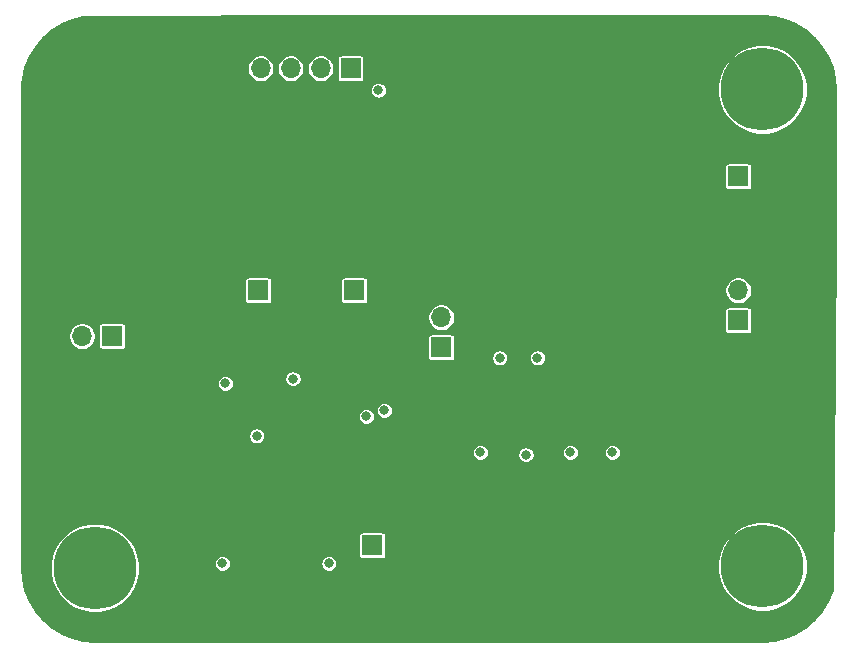
<source format=gbr>
%TF.GenerationSoftware,KiCad,Pcbnew,(5.1.9)-1*%
%TF.CreationDate,2021-07-15T19:45:24-04:00*%
%TF.ProjectId,detector_circuit_alt_LTC6254,64657465-6374-46f7-925f-636972637569,rev?*%
%TF.SameCoordinates,Original*%
%TF.FileFunction,Copper,L3,Inr*%
%TF.FilePolarity,Positive*%
%FSLAX46Y46*%
G04 Gerber Fmt 4.6, Leading zero omitted, Abs format (unit mm)*
G04 Created by KiCad (PCBNEW (5.1.9)-1) date 2021-07-15 19:45:24*
%MOMM*%
%LPD*%
G01*
G04 APERTURE LIST*
%TA.AperFunction,ComponentPad*%
%ADD10C,7.000000*%
%TD*%
%TA.AperFunction,ComponentPad*%
%ADD11R,1.700000X1.700000*%
%TD*%
%TA.AperFunction,ComponentPad*%
%ADD12O,1.700000X1.700000*%
%TD*%
%TA.AperFunction,ViaPad*%
%ADD13C,0.800000*%
%TD*%
%TA.AperFunction,Conductor*%
%ADD14C,0.254000*%
%TD*%
%TA.AperFunction,Conductor*%
%ADD15C,0.100000*%
%TD*%
G04 APERTURE END LIST*
D10*
%TO.N,N/C*%
%TO.C,REF\u002A\u002A*%
X146685000Y-100457000D03*
%TD*%
%TO.N,N/C*%
%TO.C,REF\u002A\u002A*%
X146685000Y-140843000D03*
%TD*%
D11*
%TO.N,Net-(C31-Pad2)*%
%TO.C,TP2*%
X104013000Y-117475000D03*
%TD*%
%TO.N,Net-(C18-Pad2)*%
%TO.C,TP15*%
X113665000Y-139065000D03*
%TD*%
D12*
%TO.N,/AMP_OUT*%
%TO.C,JP1*%
X119507000Y-119761000D03*
D11*
%TO.N,Net-(C36-Pad1)*%
X119507000Y-122301000D03*
%TD*%
%TO.N,/DET_ADC*%
%TO.C,TP1*%
X112141000Y-117475000D03*
%TD*%
D12*
%TO.N,/Filter_IN*%
%TO.C,JP5*%
X89090500Y-121348500D03*
D11*
%TO.N,Net-(C31-Pad1)*%
X91630500Y-121348500D03*
%TD*%
D12*
%TO.N,/SIPM_OUT*%
%TO.C,J3*%
X104203500Y-98679000D03*
%TO.N,/DET_ADC*%
X106743500Y-98679000D03*
%TO.N,/AMP_OUT*%
X109283500Y-98679000D03*
D11*
%TO.N,GND*%
X111823500Y-98679000D03*
%TD*%
D12*
%TO.N,N/C*%
%TO.C,J2*%
X144653000Y-117475000D03*
D11*
%TO.N,/SIPM_OUT*%
X144653000Y-120015000D03*
%TD*%
D12*
%TO.N,+4.7V*%
%TO.C,J1*%
X144653000Y-110363000D03*
D11*
%TO.N,GND*%
X144653000Y-107823000D03*
%TD*%
D10*
%TO.N,N/C*%
%TO.C,REF\u002A\u002A*%
X90170000Y-140970000D03*
%TD*%
D13*
%TO.N,GND*%
X124460000Y-123190000D03*
X109982000Y-140589000D03*
X100965000Y-140589000D03*
X101219000Y-125349000D03*
X127635000Y-123190000D03*
X114173000Y-100520500D03*
X114681000Y-127635000D03*
X126669800Y-131394200D03*
X122809000Y-131191000D03*
X130429000Y-131191000D03*
X133985000Y-131191000D03*
%TO.N,Net-(C31-Pad1)*%
X106943000Y-124959000D03*
%TO.N,Net-(C36-Pad1)*%
X113157000Y-128143000D03*
X103886000Y-129794000D03*
%TO.N,+4.7V*%
X101219000Y-127381000D03*
%TD*%
D14*
%TO.N,+4.7V*%
X147650585Y-94360540D02*
X148592388Y-94586647D01*
X149487239Y-94957307D01*
X150313075Y-95463379D01*
X151049583Y-96092417D01*
X151678620Y-96828925D01*
X152184694Y-97654764D01*
X152555353Y-98549612D01*
X152781460Y-99491420D01*
X152858001Y-100463963D01*
X152858001Y-113103417D01*
X152556777Y-142871456D01*
X152555353Y-142877388D01*
X152184694Y-143772236D01*
X151678620Y-144598075D01*
X151049583Y-145334583D01*
X150313075Y-145963621D01*
X149487239Y-146469693D01*
X148592388Y-146840353D01*
X147650585Y-147066460D01*
X146678051Y-147143000D01*
X90176950Y-147143000D01*
X89204420Y-147066460D01*
X88262612Y-146840353D01*
X87367764Y-146469694D01*
X86541925Y-145963620D01*
X85805417Y-145334583D01*
X85176379Y-144598075D01*
X84670307Y-143772239D01*
X84299647Y-142877388D01*
X84073540Y-141935585D01*
X83997000Y-140963051D01*
X83997000Y-140593073D01*
X86343000Y-140593073D01*
X86343000Y-141346927D01*
X86490070Y-142086295D01*
X86778557Y-142782764D01*
X87197375Y-143409570D01*
X87730430Y-143942625D01*
X88357236Y-144361443D01*
X89053705Y-144649930D01*
X89793073Y-144797000D01*
X90546927Y-144797000D01*
X91286295Y-144649930D01*
X91982764Y-144361443D01*
X92609570Y-143942625D01*
X93142625Y-143409570D01*
X93561443Y-142782764D01*
X93849930Y-142086295D01*
X93997000Y-141346927D01*
X93997000Y-140593073D01*
X93981948Y-140517397D01*
X100238000Y-140517397D01*
X100238000Y-140660603D01*
X100265938Y-140801058D01*
X100320741Y-140933364D01*
X100400302Y-141052436D01*
X100501564Y-141153698D01*
X100620636Y-141233259D01*
X100752942Y-141288062D01*
X100893397Y-141316000D01*
X101036603Y-141316000D01*
X101177058Y-141288062D01*
X101309364Y-141233259D01*
X101428436Y-141153698D01*
X101529698Y-141052436D01*
X101609259Y-140933364D01*
X101664062Y-140801058D01*
X101692000Y-140660603D01*
X101692000Y-140517397D01*
X109255000Y-140517397D01*
X109255000Y-140660603D01*
X109282938Y-140801058D01*
X109337741Y-140933364D01*
X109417302Y-141052436D01*
X109518564Y-141153698D01*
X109637636Y-141233259D01*
X109769942Y-141288062D01*
X109910397Y-141316000D01*
X110053603Y-141316000D01*
X110194058Y-141288062D01*
X110326364Y-141233259D01*
X110445436Y-141153698D01*
X110546698Y-141052436D01*
X110626259Y-140933364D01*
X110681062Y-140801058D01*
X110709000Y-140660603D01*
X110709000Y-140517397D01*
X110698792Y-140466073D01*
X142858000Y-140466073D01*
X142858000Y-141219927D01*
X143005070Y-141959295D01*
X143293557Y-142655764D01*
X143712375Y-143282570D01*
X144245430Y-143815625D01*
X144872236Y-144234443D01*
X145568705Y-144522930D01*
X146308073Y-144670000D01*
X147061927Y-144670000D01*
X147801295Y-144522930D01*
X148497764Y-144234443D01*
X149124570Y-143815625D01*
X149657625Y-143282570D01*
X150076443Y-142655764D01*
X150364930Y-141959295D01*
X150512000Y-141219927D01*
X150512000Y-140466073D01*
X150364930Y-139726705D01*
X150076443Y-139030236D01*
X149657625Y-138403430D01*
X149124570Y-137870375D01*
X148497764Y-137451557D01*
X147801295Y-137163070D01*
X147061927Y-137016000D01*
X146308073Y-137016000D01*
X145568705Y-137163070D01*
X144872236Y-137451557D01*
X144245430Y-137870375D01*
X143712375Y-138403430D01*
X143293557Y-139030236D01*
X143005070Y-139726705D01*
X142858000Y-140466073D01*
X110698792Y-140466073D01*
X110681062Y-140376942D01*
X110626259Y-140244636D01*
X110546698Y-140125564D01*
X110445436Y-140024302D01*
X110326364Y-139944741D01*
X110194058Y-139889938D01*
X110053603Y-139862000D01*
X109910397Y-139862000D01*
X109769942Y-139889938D01*
X109637636Y-139944741D01*
X109518564Y-140024302D01*
X109417302Y-140125564D01*
X109337741Y-140244636D01*
X109282938Y-140376942D01*
X109255000Y-140517397D01*
X101692000Y-140517397D01*
X101664062Y-140376942D01*
X101609259Y-140244636D01*
X101529698Y-140125564D01*
X101428436Y-140024302D01*
X101309364Y-139944741D01*
X101177058Y-139889938D01*
X101036603Y-139862000D01*
X100893397Y-139862000D01*
X100752942Y-139889938D01*
X100620636Y-139944741D01*
X100501564Y-140024302D01*
X100400302Y-140125564D01*
X100320741Y-140244636D01*
X100265938Y-140376942D01*
X100238000Y-140517397D01*
X93981948Y-140517397D01*
X93849930Y-139853705D01*
X93561443Y-139157236D01*
X93142625Y-138530430D01*
X92827195Y-138215000D01*
X112486418Y-138215000D01*
X112486418Y-139915000D01*
X112492732Y-139979103D01*
X112511430Y-140040743D01*
X112541794Y-140097550D01*
X112582657Y-140147343D01*
X112632450Y-140188206D01*
X112689257Y-140218570D01*
X112750897Y-140237268D01*
X112815000Y-140243582D01*
X114515000Y-140243582D01*
X114579103Y-140237268D01*
X114640743Y-140218570D01*
X114697550Y-140188206D01*
X114747343Y-140147343D01*
X114788206Y-140097550D01*
X114818570Y-140040743D01*
X114837268Y-139979103D01*
X114843582Y-139915000D01*
X114843582Y-138215000D01*
X114837268Y-138150897D01*
X114818570Y-138089257D01*
X114788206Y-138032450D01*
X114747343Y-137982657D01*
X114697550Y-137941794D01*
X114640743Y-137911430D01*
X114579103Y-137892732D01*
X114515000Y-137886418D01*
X112815000Y-137886418D01*
X112750897Y-137892732D01*
X112689257Y-137911430D01*
X112632450Y-137941794D01*
X112582657Y-137982657D01*
X112541794Y-138032450D01*
X112511430Y-138089257D01*
X112492732Y-138150897D01*
X112486418Y-138215000D01*
X92827195Y-138215000D01*
X92609570Y-137997375D01*
X91982764Y-137578557D01*
X91286295Y-137290070D01*
X90546927Y-137143000D01*
X89793073Y-137143000D01*
X89053705Y-137290070D01*
X88357236Y-137578557D01*
X87730430Y-137997375D01*
X87197375Y-138530430D01*
X86778557Y-139157236D01*
X86490070Y-139853705D01*
X86343000Y-140593073D01*
X83997000Y-140593073D01*
X83997000Y-131119397D01*
X122082000Y-131119397D01*
X122082000Y-131262603D01*
X122109938Y-131403058D01*
X122164741Y-131535364D01*
X122244302Y-131654436D01*
X122345564Y-131755698D01*
X122464636Y-131835259D01*
X122596942Y-131890062D01*
X122737397Y-131918000D01*
X122880603Y-131918000D01*
X123021058Y-131890062D01*
X123153364Y-131835259D01*
X123272436Y-131755698D01*
X123373698Y-131654436D01*
X123453259Y-131535364D01*
X123508062Y-131403058D01*
X123524066Y-131322597D01*
X125942800Y-131322597D01*
X125942800Y-131465803D01*
X125970738Y-131606258D01*
X126025541Y-131738564D01*
X126105102Y-131857636D01*
X126206364Y-131958898D01*
X126325436Y-132038459D01*
X126457742Y-132093262D01*
X126598197Y-132121200D01*
X126741403Y-132121200D01*
X126881858Y-132093262D01*
X127014164Y-132038459D01*
X127133236Y-131958898D01*
X127234498Y-131857636D01*
X127314059Y-131738564D01*
X127368862Y-131606258D01*
X127396800Y-131465803D01*
X127396800Y-131322597D01*
X127368862Y-131182142D01*
X127342873Y-131119397D01*
X129702000Y-131119397D01*
X129702000Y-131262603D01*
X129729938Y-131403058D01*
X129784741Y-131535364D01*
X129864302Y-131654436D01*
X129965564Y-131755698D01*
X130084636Y-131835259D01*
X130216942Y-131890062D01*
X130357397Y-131918000D01*
X130500603Y-131918000D01*
X130641058Y-131890062D01*
X130773364Y-131835259D01*
X130892436Y-131755698D01*
X130993698Y-131654436D01*
X131073259Y-131535364D01*
X131128062Y-131403058D01*
X131156000Y-131262603D01*
X131156000Y-131119397D01*
X133258000Y-131119397D01*
X133258000Y-131262603D01*
X133285938Y-131403058D01*
X133340741Y-131535364D01*
X133420302Y-131654436D01*
X133521564Y-131755698D01*
X133640636Y-131835259D01*
X133772942Y-131890062D01*
X133913397Y-131918000D01*
X134056603Y-131918000D01*
X134197058Y-131890062D01*
X134329364Y-131835259D01*
X134448436Y-131755698D01*
X134549698Y-131654436D01*
X134629259Y-131535364D01*
X134684062Y-131403058D01*
X134712000Y-131262603D01*
X134712000Y-131119397D01*
X134684062Y-130978942D01*
X134629259Y-130846636D01*
X134549698Y-130727564D01*
X134448436Y-130626302D01*
X134329364Y-130546741D01*
X134197058Y-130491938D01*
X134056603Y-130464000D01*
X133913397Y-130464000D01*
X133772942Y-130491938D01*
X133640636Y-130546741D01*
X133521564Y-130626302D01*
X133420302Y-130727564D01*
X133340741Y-130846636D01*
X133285938Y-130978942D01*
X133258000Y-131119397D01*
X131156000Y-131119397D01*
X131128062Y-130978942D01*
X131073259Y-130846636D01*
X130993698Y-130727564D01*
X130892436Y-130626302D01*
X130773364Y-130546741D01*
X130641058Y-130491938D01*
X130500603Y-130464000D01*
X130357397Y-130464000D01*
X130216942Y-130491938D01*
X130084636Y-130546741D01*
X129965564Y-130626302D01*
X129864302Y-130727564D01*
X129784741Y-130846636D01*
X129729938Y-130978942D01*
X129702000Y-131119397D01*
X127342873Y-131119397D01*
X127314059Y-131049836D01*
X127234498Y-130930764D01*
X127133236Y-130829502D01*
X127014164Y-130749941D01*
X126881858Y-130695138D01*
X126741403Y-130667200D01*
X126598197Y-130667200D01*
X126457742Y-130695138D01*
X126325436Y-130749941D01*
X126206364Y-130829502D01*
X126105102Y-130930764D01*
X126025541Y-131049836D01*
X125970738Y-131182142D01*
X125942800Y-131322597D01*
X123524066Y-131322597D01*
X123536000Y-131262603D01*
X123536000Y-131119397D01*
X123508062Y-130978942D01*
X123453259Y-130846636D01*
X123373698Y-130727564D01*
X123272436Y-130626302D01*
X123153364Y-130546741D01*
X123021058Y-130491938D01*
X122880603Y-130464000D01*
X122737397Y-130464000D01*
X122596942Y-130491938D01*
X122464636Y-130546741D01*
X122345564Y-130626302D01*
X122244302Y-130727564D01*
X122164741Y-130846636D01*
X122109938Y-130978942D01*
X122082000Y-131119397D01*
X83997000Y-131119397D01*
X83997000Y-129722397D01*
X103159000Y-129722397D01*
X103159000Y-129865603D01*
X103186938Y-130006058D01*
X103241741Y-130138364D01*
X103321302Y-130257436D01*
X103422564Y-130358698D01*
X103541636Y-130438259D01*
X103673942Y-130493062D01*
X103814397Y-130521000D01*
X103957603Y-130521000D01*
X104098058Y-130493062D01*
X104230364Y-130438259D01*
X104349436Y-130358698D01*
X104450698Y-130257436D01*
X104530259Y-130138364D01*
X104585062Y-130006058D01*
X104613000Y-129865603D01*
X104613000Y-129722397D01*
X104585062Y-129581942D01*
X104530259Y-129449636D01*
X104450698Y-129330564D01*
X104349436Y-129229302D01*
X104230364Y-129149741D01*
X104098058Y-129094938D01*
X103957603Y-129067000D01*
X103814397Y-129067000D01*
X103673942Y-129094938D01*
X103541636Y-129149741D01*
X103422564Y-129229302D01*
X103321302Y-129330564D01*
X103241741Y-129449636D01*
X103186938Y-129581942D01*
X103159000Y-129722397D01*
X83997000Y-129722397D01*
X83997000Y-128071397D01*
X112430000Y-128071397D01*
X112430000Y-128214603D01*
X112457938Y-128355058D01*
X112512741Y-128487364D01*
X112592302Y-128606436D01*
X112693564Y-128707698D01*
X112812636Y-128787259D01*
X112944942Y-128842062D01*
X113085397Y-128870000D01*
X113228603Y-128870000D01*
X113369058Y-128842062D01*
X113501364Y-128787259D01*
X113620436Y-128707698D01*
X113721698Y-128606436D01*
X113801259Y-128487364D01*
X113856062Y-128355058D01*
X113884000Y-128214603D01*
X113884000Y-128071397D01*
X113856062Y-127930942D01*
X113801259Y-127798636D01*
X113721698Y-127679564D01*
X113620436Y-127578302D01*
X113598129Y-127563397D01*
X113954000Y-127563397D01*
X113954000Y-127706603D01*
X113981938Y-127847058D01*
X114036741Y-127979364D01*
X114116302Y-128098436D01*
X114217564Y-128199698D01*
X114336636Y-128279259D01*
X114468942Y-128334062D01*
X114609397Y-128362000D01*
X114752603Y-128362000D01*
X114893058Y-128334062D01*
X115025364Y-128279259D01*
X115144436Y-128199698D01*
X115245698Y-128098436D01*
X115325259Y-127979364D01*
X115380062Y-127847058D01*
X115408000Y-127706603D01*
X115408000Y-127563397D01*
X115380062Y-127422942D01*
X115325259Y-127290636D01*
X115245698Y-127171564D01*
X115144436Y-127070302D01*
X115025364Y-126990741D01*
X114893058Y-126935938D01*
X114752603Y-126908000D01*
X114609397Y-126908000D01*
X114468942Y-126935938D01*
X114336636Y-126990741D01*
X114217564Y-127070302D01*
X114116302Y-127171564D01*
X114036741Y-127290636D01*
X113981938Y-127422942D01*
X113954000Y-127563397D01*
X113598129Y-127563397D01*
X113501364Y-127498741D01*
X113369058Y-127443938D01*
X113228603Y-127416000D01*
X113085397Y-127416000D01*
X112944942Y-127443938D01*
X112812636Y-127498741D01*
X112693564Y-127578302D01*
X112592302Y-127679564D01*
X112512741Y-127798636D01*
X112457938Y-127930942D01*
X112430000Y-128071397D01*
X83997000Y-128071397D01*
X83997000Y-125277397D01*
X100492000Y-125277397D01*
X100492000Y-125420603D01*
X100519938Y-125561058D01*
X100574741Y-125693364D01*
X100654302Y-125812436D01*
X100755564Y-125913698D01*
X100874636Y-125993259D01*
X101006942Y-126048062D01*
X101147397Y-126076000D01*
X101290603Y-126076000D01*
X101431058Y-126048062D01*
X101563364Y-125993259D01*
X101682436Y-125913698D01*
X101783698Y-125812436D01*
X101863259Y-125693364D01*
X101918062Y-125561058D01*
X101946000Y-125420603D01*
X101946000Y-125277397D01*
X101918062Y-125136942D01*
X101863259Y-125004636D01*
X101784923Y-124887397D01*
X106216000Y-124887397D01*
X106216000Y-125030603D01*
X106243938Y-125171058D01*
X106298741Y-125303364D01*
X106378302Y-125422436D01*
X106479564Y-125523698D01*
X106598636Y-125603259D01*
X106730942Y-125658062D01*
X106871397Y-125686000D01*
X107014603Y-125686000D01*
X107155058Y-125658062D01*
X107287364Y-125603259D01*
X107406436Y-125523698D01*
X107507698Y-125422436D01*
X107587259Y-125303364D01*
X107642062Y-125171058D01*
X107670000Y-125030603D01*
X107670000Y-124887397D01*
X107642062Y-124746942D01*
X107587259Y-124614636D01*
X107507698Y-124495564D01*
X107406436Y-124394302D01*
X107287364Y-124314741D01*
X107155058Y-124259938D01*
X107014603Y-124232000D01*
X106871397Y-124232000D01*
X106730942Y-124259938D01*
X106598636Y-124314741D01*
X106479564Y-124394302D01*
X106378302Y-124495564D01*
X106298741Y-124614636D01*
X106243938Y-124746942D01*
X106216000Y-124887397D01*
X101784923Y-124887397D01*
X101783698Y-124885564D01*
X101682436Y-124784302D01*
X101563364Y-124704741D01*
X101431058Y-124649938D01*
X101290603Y-124622000D01*
X101147397Y-124622000D01*
X101006942Y-124649938D01*
X100874636Y-124704741D01*
X100755564Y-124784302D01*
X100654302Y-124885564D01*
X100574741Y-125004636D01*
X100519938Y-125136942D01*
X100492000Y-125277397D01*
X83997000Y-125277397D01*
X83997000Y-121232576D01*
X87913500Y-121232576D01*
X87913500Y-121464424D01*
X87958731Y-121691818D01*
X88047456Y-121906019D01*
X88176264Y-122098794D01*
X88340206Y-122262736D01*
X88532981Y-122391544D01*
X88747182Y-122480269D01*
X88974576Y-122525500D01*
X89206424Y-122525500D01*
X89433818Y-122480269D01*
X89648019Y-122391544D01*
X89840794Y-122262736D01*
X90004736Y-122098794D01*
X90133544Y-121906019D01*
X90222269Y-121691818D01*
X90267500Y-121464424D01*
X90267500Y-121232576D01*
X90222269Y-121005182D01*
X90133544Y-120790981D01*
X90004736Y-120598206D01*
X89905030Y-120498500D01*
X90451918Y-120498500D01*
X90451918Y-122198500D01*
X90458232Y-122262603D01*
X90476930Y-122324243D01*
X90507294Y-122381050D01*
X90548157Y-122430843D01*
X90597950Y-122471706D01*
X90654757Y-122502070D01*
X90716397Y-122520768D01*
X90780500Y-122527082D01*
X92480500Y-122527082D01*
X92544603Y-122520768D01*
X92606243Y-122502070D01*
X92663050Y-122471706D01*
X92712843Y-122430843D01*
X92753706Y-122381050D01*
X92784070Y-122324243D01*
X92802768Y-122262603D01*
X92809082Y-122198500D01*
X92809082Y-121451000D01*
X118328418Y-121451000D01*
X118328418Y-123151000D01*
X118334732Y-123215103D01*
X118353430Y-123276743D01*
X118383794Y-123333550D01*
X118424657Y-123383343D01*
X118474450Y-123424206D01*
X118531257Y-123454570D01*
X118592897Y-123473268D01*
X118657000Y-123479582D01*
X120357000Y-123479582D01*
X120421103Y-123473268D01*
X120482743Y-123454570D01*
X120539550Y-123424206D01*
X120589343Y-123383343D01*
X120630206Y-123333550D01*
X120660570Y-123276743D01*
X120679268Y-123215103D01*
X120685582Y-123151000D01*
X120685582Y-123118397D01*
X123733000Y-123118397D01*
X123733000Y-123261603D01*
X123760938Y-123402058D01*
X123815741Y-123534364D01*
X123895302Y-123653436D01*
X123996564Y-123754698D01*
X124115636Y-123834259D01*
X124247942Y-123889062D01*
X124388397Y-123917000D01*
X124531603Y-123917000D01*
X124672058Y-123889062D01*
X124804364Y-123834259D01*
X124923436Y-123754698D01*
X125024698Y-123653436D01*
X125104259Y-123534364D01*
X125159062Y-123402058D01*
X125187000Y-123261603D01*
X125187000Y-123118397D01*
X126908000Y-123118397D01*
X126908000Y-123261603D01*
X126935938Y-123402058D01*
X126990741Y-123534364D01*
X127070302Y-123653436D01*
X127171564Y-123754698D01*
X127290636Y-123834259D01*
X127422942Y-123889062D01*
X127563397Y-123917000D01*
X127706603Y-123917000D01*
X127847058Y-123889062D01*
X127979364Y-123834259D01*
X128098436Y-123754698D01*
X128199698Y-123653436D01*
X128279259Y-123534364D01*
X128334062Y-123402058D01*
X128362000Y-123261603D01*
X128362000Y-123118397D01*
X128334062Y-122977942D01*
X128279259Y-122845636D01*
X128199698Y-122726564D01*
X128098436Y-122625302D01*
X127979364Y-122545741D01*
X127847058Y-122490938D01*
X127706603Y-122463000D01*
X127563397Y-122463000D01*
X127422942Y-122490938D01*
X127290636Y-122545741D01*
X127171564Y-122625302D01*
X127070302Y-122726564D01*
X126990741Y-122845636D01*
X126935938Y-122977942D01*
X126908000Y-123118397D01*
X125187000Y-123118397D01*
X125159062Y-122977942D01*
X125104259Y-122845636D01*
X125024698Y-122726564D01*
X124923436Y-122625302D01*
X124804364Y-122545741D01*
X124672058Y-122490938D01*
X124531603Y-122463000D01*
X124388397Y-122463000D01*
X124247942Y-122490938D01*
X124115636Y-122545741D01*
X123996564Y-122625302D01*
X123895302Y-122726564D01*
X123815741Y-122845636D01*
X123760938Y-122977942D01*
X123733000Y-123118397D01*
X120685582Y-123118397D01*
X120685582Y-121451000D01*
X120679268Y-121386897D01*
X120660570Y-121325257D01*
X120630206Y-121268450D01*
X120589343Y-121218657D01*
X120539550Y-121177794D01*
X120482743Y-121147430D01*
X120421103Y-121128732D01*
X120357000Y-121122418D01*
X118657000Y-121122418D01*
X118592897Y-121128732D01*
X118531257Y-121147430D01*
X118474450Y-121177794D01*
X118424657Y-121218657D01*
X118383794Y-121268450D01*
X118353430Y-121325257D01*
X118334732Y-121386897D01*
X118328418Y-121451000D01*
X92809082Y-121451000D01*
X92809082Y-120498500D01*
X92802768Y-120434397D01*
X92784070Y-120372757D01*
X92753706Y-120315950D01*
X92712843Y-120266157D01*
X92663050Y-120225294D01*
X92606243Y-120194930D01*
X92544603Y-120176232D01*
X92480500Y-120169918D01*
X90780500Y-120169918D01*
X90716397Y-120176232D01*
X90654757Y-120194930D01*
X90597950Y-120225294D01*
X90548157Y-120266157D01*
X90507294Y-120315950D01*
X90476930Y-120372757D01*
X90458232Y-120434397D01*
X90451918Y-120498500D01*
X89905030Y-120498500D01*
X89840794Y-120434264D01*
X89648019Y-120305456D01*
X89433818Y-120216731D01*
X89206424Y-120171500D01*
X88974576Y-120171500D01*
X88747182Y-120216731D01*
X88532981Y-120305456D01*
X88340206Y-120434264D01*
X88176264Y-120598206D01*
X88047456Y-120790981D01*
X87958731Y-121005182D01*
X87913500Y-121232576D01*
X83997000Y-121232576D01*
X83997000Y-119645076D01*
X118330000Y-119645076D01*
X118330000Y-119876924D01*
X118375231Y-120104318D01*
X118463956Y-120318519D01*
X118592764Y-120511294D01*
X118756706Y-120675236D01*
X118949481Y-120804044D01*
X119163682Y-120892769D01*
X119391076Y-120938000D01*
X119622924Y-120938000D01*
X119850318Y-120892769D01*
X120064519Y-120804044D01*
X120257294Y-120675236D01*
X120421236Y-120511294D01*
X120550044Y-120318519D01*
X120638769Y-120104318D01*
X120684000Y-119876924D01*
X120684000Y-119645076D01*
X120638769Y-119417682D01*
X120550044Y-119203481D01*
X120524332Y-119165000D01*
X143474418Y-119165000D01*
X143474418Y-120865000D01*
X143480732Y-120929103D01*
X143499430Y-120990743D01*
X143529794Y-121047550D01*
X143570657Y-121097343D01*
X143620450Y-121138206D01*
X143677257Y-121168570D01*
X143738897Y-121187268D01*
X143803000Y-121193582D01*
X145503000Y-121193582D01*
X145567103Y-121187268D01*
X145628743Y-121168570D01*
X145685550Y-121138206D01*
X145735343Y-121097343D01*
X145776206Y-121047550D01*
X145806570Y-120990743D01*
X145825268Y-120929103D01*
X145831582Y-120865000D01*
X145831582Y-119165000D01*
X145825268Y-119100897D01*
X145806570Y-119039257D01*
X145776206Y-118982450D01*
X145735343Y-118932657D01*
X145685550Y-118891794D01*
X145628743Y-118861430D01*
X145567103Y-118842732D01*
X145503000Y-118836418D01*
X143803000Y-118836418D01*
X143738897Y-118842732D01*
X143677257Y-118861430D01*
X143620450Y-118891794D01*
X143570657Y-118932657D01*
X143529794Y-118982450D01*
X143499430Y-119039257D01*
X143480732Y-119100897D01*
X143474418Y-119165000D01*
X120524332Y-119165000D01*
X120421236Y-119010706D01*
X120257294Y-118846764D01*
X120064519Y-118717956D01*
X119850318Y-118629231D01*
X119622924Y-118584000D01*
X119391076Y-118584000D01*
X119163682Y-118629231D01*
X118949481Y-118717956D01*
X118756706Y-118846764D01*
X118592764Y-119010706D01*
X118463956Y-119203481D01*
X118375231Y-119417682D01*
X118330000Y-119645076D01*
X83997000Y-119645076D01*
X83997000Y-119453524D01*
X84002075Y-116625000D01*
X102834418Y-116625000D01*
X102834418Y-118325000D01*
X102840732Y-118389103D01*
X102859430Y-118450743D01*
X102889794Y-118507550D01*
X102930657Y-118557343D01*
X102980450Y-118598206D01*
X103037257Y-118628570D01*
X103098897Y-118647268D01*
X103163000Y-118653582D01*
X104863000Y-118653582D01*
X104927103Y-118647268D01*
X104988743Y-118628570D01*
X105045550Y-118598206D01*
X105095343Y-118557343D01*
X105136206Y-118507550D01*
X105166570Y-118450743D01*
X105185268Y-118389103D01*
X105191582Y-118325000D01*
X105191582Y-116625000D01*
X110962418Y-116625000D01*
X110962418Y-118325000D01*
X110968732Y-118389103D01*
X110987430Y-118450743D01*
X111017794Y-118507550D01*
X111058657Y-118557343D01*
X111108450Y-118598206D01*
X111165257Y-118628570D01*
X111226897Y-118647268D01*
X111291000Y-118653582D01*
X112991000Y-118653582D01*
X113055103Y-118647268D01*
X113116743Y-118628570D01*
X113173550Y-118598206D01*
X113223343Y-118557343D01*
X113264206Y-118507550D01*
X113294570Y-118450743D01*
X113313268Y-118389103D01*
X113319582Y-118325000D01*
X113319582Y-117359076D01*
X143476000Y-117359076D01*
X143476000Y-117590924D01*
X143521231Y-117818318D01*
X143609956Y-118032519D01*
X143738764Y-118225294D01*
X143902706Y-118389236D01*
X144095481Y-118518044D01*
X144309682Y-118606769D01*
X144537076Y-118652000D01*
X144768924Y-118652000D01*
X144996318Y-118606769D01*
X145210519Y-118518044D01*
X145403294Y-118389236D01*
X145567236Y-118225294D01*
X145696044Y-118032519D01*
X145784769Y-117818318D01*
X145830000Y-117590924D01*
X145830000Y-117359076D01*
X145784769Y-117131682D01*
X145696044Y-116917481D01*
X145567236Y-116724706D01*
X145403294Y-116560764D01*
X145210519Y-116431956D01*
X144996318Y-116343231D01*
X144768924Y-116298000D01*
X144537076Y-116298000D01*
X144309682Y-116343231D01*
X144095481Y-116431956D01*
X143902706Y-116560764D01*
X143738764Y-116724706D01*
X143609956Y-116917481D01*
X143521231Y-117131682D01*
X143476000Y-117359076D01*
X113319582Y-117359076D01*
X113319582Y-116625000D01*
X113313268Y-116560897D01*
X113294570Y-116499257D01*
X113264206Y-116442450D01*
X113223343Y-116392657D01*
X113173550Y-116351794D01*
X113116743Y-116321430D01*
X113055103Y-116302732D01*
X112991000Y-116296418D01*
X111291000Y-116296418D01*
X111226897Y-116302732D01*
X111165257Y-116321430D01*
X111108450Y-116351794D01*
X111058657Y-116392657D01*
X111017794Y-116442450D01*
X110987430Y-116499257D01*
X110968732Y-116560897D01*
X110962418Y-116625000D01*
X105191582Y-116625000D01*
X105185268Y-116560897D01*
X105166570Y-116499257D01*
X105136206Y-116442450D01*
X105095343Y-116392657D01*
X105045550Y-116351794D01*
X104988743Y-116321430D01*
X104927103Y-116302732D01*
X104863000Y-116296418D01*
X103163000Y-116296418D01*
X103098897Y-116302732D01*
X103037257Y-116321430D01*
X102980450Y-116351794D01*
X102930657Y-116392657D01*
X102889794Y-116442450D01*
X102859430Y-116499257D01*
X102840732Y-116560897D01*
X102834418Y-116625000D01*
X84002075Y-116625000D01*
X84019393Y-106973000D01*
X143474418Y-106973000D01*
X143474418Y-108673000D01*
X143480732Y-108737103D01*
X143499430Y-108798743D01*
X143529794Y-108855550D01*
X143570657Y-108905343D01*
X143620450Y-108946206D01*
X143677257Y-108976570D01*
X143738897Y-108995268D01*
X143803000Y-109001582D01*
X145503000Y-109001582D01*
X145567103Y-108995268D01*
X145628743Y-108976570D01*
X145685550Y-108946206D01*
X145735343Y-108905343D01*
X145776206Y-108855550D01*
X145806570Y-108798743D01*
X145825268Y-108737103D01*
X145831582Y-108673000D01*
X145831582Y-106973000D01*
X145825268Y-106908897D01*
X145806570Y-106847257D01*
X145776206Y-106790450D01*
X145735343Y-106740657D01*
X145685550Y-106699794D01*
X145628743Y-106669430D01*
X145567103Y-106650732D01*
X145503000Y-106644418D01*
X143803000Y-106644418D01*
X143738897Y-106650732D01*
X143677257Y-106669430D01*
X143620450Y-106699794D01*
X143570657Y-106740657D01*
X143529794Y-106790450D01*
X143499430Y-106847257D01*
X143480732Y-106908897D01*
X143474418Y-106973000D01*
X84019393Y-106973000D01*
X84031099Y-100448897D01*
X113446000Y-100448897D01*
X113446000Y-100592103D01*
X113473938Y-100732558D01*
X113528741Y-100864864D01*
X113608302Y-100983936D01*
X113709564Y-101085198D01*
X113828636Y-101164759D01*
X113960942Y-101219562D01*
X114101397Y-101247500D01*
X114244603Y-101247500D01*
X114385058Y-101219562D01*
X114517364Y-101164759D01*
X114636436Y-101085198D01*
X114737698Y-100983936D01*
X114817259Y-100864864D01*
X114872062Y-100732558D01*
X114900000Y-100592103D01*
X114900000Y-100448897D01*
X114872062Y-100308442D01*
X114817259Y-100176136D01*
X114753073Y-100080073D01*
X142858000Y-100080073D01*
X142858000Y-100833927D01*
X143005070Y-101573295D01*
X143293557Y-102269764D01*
X143712375Y-102896570D01*
X144245430Y-103429625D01*
X144872236Y-103848443D01*
X145568705Y-104136930D01*
X146308073Y-104284000D01*
X147061927Y-104284000D01*
X147801295Y-104136930D01*
X148497764Y-103848443D01*
X149124570Y-103429625D01*
X149657625Y-102896570D01*
X150076443Y-102269764D01*
X150364930Y-101573295D01*
X150512000Y-100833927D01*
X150512000Y-100080073D01*
X150364930Y-99340705D01*
X150076443Y-98644236D01*
X149657625Y-98017430D01*
X149124570Y-97484375D01*
X148497764Y-97065557D01*
X147801295Y-96777070D01*
X147061927Y-96630000D01*
X146308073Y-96630000D01*
X145568705Y-96777070D01*
X144872236Y-97065557D01*
X144245430Y-97484375D01*
X143712375Y-98017430D01*
X143293557Y-98644236D01*
X143005070Y-99340705D01*
X142858000Y-100080073D01*
X114753073Y-100080073D01*
X114737698Y-100057064D01*
X114636436Y-99955802D01*
X114517364Y-99876241D01*
X114385058Y-99821438D01*
X114244603Y-99793500D01*
X114101397Y-99793500D01*
X113960942Y-99821438D01*
X113828636Y-99876241D01*
X113709564Y-99955802D01*
X113608302Y-100057064D01*
X113528741Y-100176136D01*
X113473938Y-100308442D01*
X113446000Y-100448897D01*
X84031099Y-100448897D01*
X84031867Y-100020918D01*
X84073540Y-99491415D01*
X84296414Y-98563076D01*
X103026500Y-98563076D01*
X103026500Y-98794924D01*
X103071731Y-99022318D01*
X103160456Y-99236519D01*
X103289264Y-99429294D01*
X103453206Y-99593236D01*
X103645981Y-99722044D01*
X103860182Y-99810769D01*
X104087576Y-99856000D01*
X104319424Y-99856000D01*
X104546818Y-99810769D01*
X104761019Y-99722044D01*
X104953794Y-99593236D01*
X105117736Y-99429294D01*
X105246544Y-99236519D01*
X105335269Y-99022318D01*
X105380500Y-98794924D01*
X105380500Y-98563076D01*
X105566500Y-98563076D01*
X105566500Y-98794924D01*
X105611731Y-99022318D01*
X105700456Y-99236519D01*
X105829264Y-99429294D01*
X105993206Y-99593236D01*
X106185981Y-99722044D01*
X106400182Y-99810769D01*
X106627576Y-99856000D01*
X106859424Y-99856000D01*
X107086818Y-99810769D01*
X107301019Y-99722044D01*
X107493794Y-99593236D01*
X107657736Y-99429294D01*
X107786544Y-99236519D01*
X107875269Y-99022318D01*
X107920500Y-98794924D01*
X107920500Y-98563076D01*
X108106500Y-98563076D01*
X108106500Y-98794924D01*
X108151731Y-99022318D01*
X108240456Y-99236519D01*
X108369264Y-99429294D01*
X108533206Y-99593236D01*
X108725981Y-99722044D01*
X108940182Y-99810769D01*
X109167576Y-99856000D01*
X109399424Y-99856000D01*
X109626818Y-99810769D01*
X109841019Y-99722044D01*
X110033794Y-99593236D01*
X110197736Y-99429294D01*
X110326544Y-99236519D01*
X110415269Y-99022318D01*
X110460500Y-98794924D01*
X110460500Y-98563076D01*
X110415269Y-98335682D01*
X110326544Y-98121481D01*
X110197736Y-97928706D01*
X110098030Y-97829000D01*
X110644918Y-97829000D01*
X110644918Y-99529000D01*
X110651232Y-99593103D01*
X110669930Y-99654743D01*
X110700294Y-99711550D01*
X110741157Y-99761343D01*
X110790950Y-99802206D01*
X110847757Y-99832570D01*
X110909397Y-99851268D01*
X110973500Y-99857582D01*
X112673500Y-99857582D01*
X112737603Y-99851268D01*
X112799243Y-99832570D01*
X112856050Y-99802206D01*
X112905843Y-99761343D01*
X112946706Y-99711550D01*
X112977070Y-99654743D01*
X112995768Y-99593103D01*
X113002082Y-99529000D01*
X113002082Y-97829000D01*
X112995768Y-97764897D01*
X112977070Y-97703257D01*
X112946706Y-97646450D01*
X112905843Y-97596657D01*
X112856050Y-97555794D01*
X112799243Y-97525430D01*
X112737603Y-97506732D01*
X112673500Y-97500418D01*
X110973500Y-97500418D01*
X110909397Y-97506732D01*
X110847757Y-97525430D01*
X110790950Y-97555794D01*
X110741157Y-97596657D01*
X110700294Y-97646450D01*
X110669930Y-97703257D01*
X110651232Y-97764897D01*
X110644918Y-97829000D01*
X110098030Y-97829000D01*
X110033794Y-97764764D01*
X109841019Y-97635956D01*
X109626818Y-97547231D01*
X109399424Y-97502000D01*
X109167576Y-97502000D01*
X108940182Y-97547231D01*
X108725981Y-97635956D01*
X108533206Y-97764764D01*
X108369264Y-97928706D01*
X108240456Y-98121481D01*
X108151731Y-98335682D01*
X108106500Y-98563076D01*
X107920500Y-98563076D01*
X107875269Y-98335682D01*
X107786544Y-98121481D01*
X107657736Y-97928706D01*
X107493794Y-97764764D01*
X107301019Y-97635956D01*
X107086818Y-97547231D01*
X106859424Y-97502000D01*
X106627576Y-97502000D01*
X106400182Y-97547231D01*
X106185981Y-97635956D01*
X105993206Y-97764764D01*
X105829264Y-97928706D01*
X105700456Y-98121481D01*
X105611731Y-98335682D01*
X105566500Y-98563076D01*
X105380500Y-98563076D01*
X105335269Y-98335682D01*
X105246544Y-98121481D01*
X105117736Y-97928706D01*
X104953794Y-97764764D01*
X104761019Y-97635956D01*
X104546818Y-97547231D01*
X104319424Y-97502000D01*
X104087576Y-97502000D01*
X103860182Y-97547231D01*
X103645981Y-97635956D01*
X103453206Y-97764764D01*
X103289264Y-97928706D01*
X103160456Y-98121481D01*
X103071731Y-98335682D01*
X103026500Y-98563076D01*
X84296414Y-98563076D01*
X84299647Y-98549612D01*
X84670307Y-97654761D01*
X85176379Y-96828925D01*
X85805417Y-96092417D01*
X86541925Y-95463380D01*
X87367764Y-94957306D01*
X88262612Y-94586647D01*
X89204420Y-94360540D01*
X89389894Y-94345943D01*
X111911395Y-94284000D01*
X146678051Y-94284000D01*
X147650585Y-94360540D01*
%TA.AperFunction,Conductor*%
D15*
G36*
X147650585Y-94360540D02*
G01*
X148592388Y-94586647D01*
X149487239Y-94957307D01*
X150313075Y-95463379D01*
X151049583Y-96092417D01*
X151678620Y-96828925D01*
X152184694Y-97654764D01*
X152555353Y-98549612D01*
X152781460Y-99491420D01*
X152858001Y-100463963D01*
X152858001Y-113103417D01*
X152556777Y-142871456D01*
X152555353Y-142877388D01*
X152184694Y-143772236D01*
X151678620Y-144598075D01*
X151049583Y-145334583D01*
X150313075Y-145963621D01*
X149487239Y-146469693D01*
X148592388Y-146840353D01*
X147650585Y-147066460D01*
X146678051Y-147143000D01*
X90176950Y-147143000D01*
X89204420Y-147066460D01*
X88262612Y-146840353D01*
X87367764Y-146469694D01*
X86541925Y-145963620D01*
X85805417Y-145334583D01*
X85176379Y-144598075D01*
X84670307Y-143772239D01*
X84299647Y-142877388D01*
X84073540Y-141935585D01*
X83997000Y-140963051D01*
X83997000Y-140593073D01*
X86343000Y-140593073D01*
X86343000Y-141346927D01*
X86490070Y-142086295D01*
X86778557Y-142782764D01*
X87197375Y-143409570D01*
X87730430Y-143942625D01*
X88357236Y-144361443D01*
X89053705Y-144649930D01*
X89793073Y-144797000D01*
X90546927Y-144797000D01*
X91286295Y-144649930D01*
X91982764Y-144361443D01*
X92609570Y-143942625D01*
X93142625Y-143409570D01*
X93561443Y-142782764D01*
X93849930Y-142086295D01*
X93997000Y-141346927D01*
X93997000Y-140593073D01*
X93981948Y-140517397D01*
X100238000Y-140517397D01*
X100238000Y-140660603D01*
X100265938Y-140801058D01*
X100320741Y-140933364D01*
X100400302Y-141052436D01*
X100501564Y-141153698D01*
X100620636Y-141233259D01*
X100752942Y-141288062D01*
X100893397Y-141316000D01*
X101036603Y-141316000D01*
X101177058Y-141288062D01*
X101309364Y-141233259D01*
X101428436Y-141153698D01*
X101529698Y-141052436D01*
X101609259Y-140933364D01*
X101664062Y-140801058D01*
X101692000Y-140660603D01*
X101692000Y-140517397D01*
X109255000Y-140517397D01*
X109255000Y-140660603D01*
X109282938Y-140801058D01*
X109337741Y-140933364D01*
X109417302Y-141052436D01*
X109518564Y-141153698D01*
X109637636Y-141233259D01*
X109769942Y-141288062D01*
X109910397Y-141316000D01*
X110053603Y-141316000D01*
X110194058Y-141288062D01*
X110326364Y-141233259D01*
X110445436Y-141153698D01*
X110546698Y-141052436D01*
X110626259Y-140933364D01*
X110681062Y-140801058D01*
X110709000Y-140660603D01*
X110709000Y-140517397D01*
X110698792Y-140466073D01*
X142858000Y-140466073D01*
X142858000Y-141219927D01*
X143005070Y-141959295D01*
X143293557Y-142655764D01*
X143712375Y-143282570D01*
X144245430Y-143815625D01*
X144872236Y-144234443D01*
X145568705Y-144522930D01*
X146308073Y-144670000D01*
X147061927Y-144670000D01*
X147801295Y-144522930D01*
X148497764Y-144234443D01*
X149124570Y-143815625D01*
X149657625Y-143282570D01*
X150076443Y-142655764D01*
X150364930Y-141959295D01*
X150512000Y-141219927D01*
X150512000Y-140466073D01*
X150364930Y-139726705D01*
X150076443Y-139030236D01*
X149657625Y-138403430D01*
X149124570Y-137870375D01*
X148497764Y-137451557D01*
X147801295Y-137163070D01*
X147061927Y-137016000D01*
X146308073Y-137016000D01*
X145568705Y-137163070D01*
X144872236Y-137451557D01*
X144245430Y-137870375D01*
X143712375Y-138403430D01*
X143293557Y-139030236D01*
X143005070Y-139726705D01*
X142858000Y-140466073D01*
X110698792Y-140466073D01*
X110681062Y-140376942D01*
X110626259Y-140244636D01*
X110546698Y-140125564D01*
X110445436Y-140024302D01*
X110326364Y-139944741D01*
X110194058Y-139889938D01*
X110053603Y-139862000D01*
X109910397Y-139862000D01*
X109769942Y-139889938D01*
X109637636Y-139944741D01*
X109518564Y-140024302D01*
X109417302Y-140125564D01*
X109337741Y-140244636D01*
X109282938Y-140376942D01*
X109255000Y-140517397D01*
X101692000Y-140517397D01*
X101664062Y-140376942D01*
X101609259Y-140244636D01*
X101529698Y-140125564D01*
X101428436Y-140024302D01*
X101309364Y-139944741D01*
X101177058Y-139889938D01*
X101036603Y-139862000D01*
X100893397Y-139862000D01*
X100752942Y-139889938D01*
X100620636Y-139944741D01*
X100501564Y-140024302D01*
X100400302Y-140125564D01*
X100320741Y-140244636D01*
X100265938Y-140376942D01*
X100238000Y-140517397D01*
X93981948Y-140517397D01*
X93849930Y-139853705D01*
X93561443Y-139157236D01*
X93142625Y-138530430D01*
X92827195Y-138215000D01*
X112486418Y-138215000D01*
X112486418Y-139915000D01*
X112492732Y-139979103D01*
X112511430Y-140040743D01*
X112541794Y-140097550D01*
X112582657Y-140147343D01*
X112632450Y-140188206D01*
X112689257Y-140218570D01*
X112750897Y-140237268D01*
X112815000Y-140243582D01*
X114515000Y-140243582D01*
X114579103Y-140237268D01*
X114640743Y-140218570D01*
X114697550Y-140188206D01*
X114747343Y-140147343D01*
X114788206Y-140097550D01*
X114818570Y-140040743D01*
X114837268Y-139979103D01*
X114843582Y-139915000D01*
X114843582Y-138215000D01*
X114837268Y-138150897D01*
X114818570Y-138089257D01*
X114788206Y-138032450D01*
X114747343Y-137982657D01*
X114697550Y-137941794D01*
X114640743Y-137911430D01*
X114579103Y-137892732D01*
X114515000Y-137886418D01*
X112815000Y-137886418D01*
X112750897Y-137892732D01*
X112689257Y-137911430D01*
X112632450Y-137941794D01*
X112582657Y-137982657D01*
X112541794Y-138032450D01*
X112511430Y-138089257D01*
X112492732Y-138150897D01*
X112486418Y-138215000D01*
X92827195Y-138215000D01*
X92609570Y-137997375D01*
X91982764Y-137578557D01*
X91286295Y-137290070D01*
X90546927Y-137143000D01*
X89793073Y-137143000D01*
X89053705Y-137290070D01*
X88357236Y-137578557D01*
X87730430Y-137997375D01*
X87197375Y-138530430D01*
X86778557Y-139157236D01*
X86490070Y-139853705D01*
X86343000Y-140593073D01*
X83997000Y-140593073D01*
X83997000Y-131119397D01*
X122082000Y-131119397D01*
X122082000Y-131262603D01*
X122109938Y-131403058D01*
X122164741Y-131535364D01*
X122244302Y-131654436D01*
X122345564Y-131755698D01*
X122464636Y-131835259D01*
X122596942Y-131890062D01*
X122737397Y-131918000D01*
X122880603Y-131918000D01*
X123021058Y-131890062D01*
X123153364Y-131835259D01*
X123272436Y-131755698D01*
X123373698Y-131654436D01*
X123453259Y-131535364D01*
X123508062Y-131403058D01*
X123524066Y-131322597D01*
X125942800Y-131322597D01*
X125942800Y-131465803D01*
X125970738Y-131606258D01*
X126025541Y-131738564D01*
X126105102Y-131857636D01*
X126206364Y-131958898D01*
X126325436Y-132038459D01*
X126457742Y-132093262D01*
X126598197Y-132121200D01*
X126741403Y-132121200D01*
X126881858Y-132093262D01*
X127014164Y-132038459D01*
X127133236Y-131958898D01*
X127234498Y-131857636D01*
X127314059Y-131738564D01*
X127368862Y-131606258D01*
X127396800Y-131465803D01*
X127396800Y-131322597D01*
X127368862Y-131182142D01*
X127342873Y-131119397D01*
X129702000Y-131119397D01*
X129702000Y-131262603D01*
X129729938Y-131403058D01*
X129784741Y-131535364D01*
X129864302Y-131654436D01*
X129965564Y-131755698D01*
X130084636Y-131835259D01*
X130216942Y-131890062D01*
X130357397Y-131918000D01*
X130500603Y-131918000D01*
X130641058Y-131890062D01*
X130773364Y-131835259D01*
X130892436Y-131755698D01*
X130993698Y-131654436D01*
X131073259Y-131535364D01*
X131128062Y-131403058D01*
X131156000Y-131262603D01*
X131156000Y-131119397D01*
X133258000Y-131119397D01*
X133258000Y-131262603D01*
X133285938Y-131403058D01*
X133340741Y-131535364D01*
X133420302Y-131654436D01*
X133521564Y-131755698D01*
X133640636Y-131835259D01*
X133772942Y-131890062D01*
X133913397Y-131918000D01*
X134056603Y-131918000D01*
X134197058Y-131890062D01*
X134329364Y-131835259D01*
X134448436Y-131755698D01*
X134549698Y-131654436D01*
X134629259Y-131535364D01*
X134684062Y-131403058D01*
X134712000Y-131262603D01*
X134712000Y-131119397D01*
X134684062Y-130978942D01*
X134629259Y-130846636D01*
X134549698Y-130727564D01*
X134448436Y-130626302D01*
X134329364Y-130546741D01*
X134197058Y-130491938D01*
X134056603Y-130464000D01*
X133913397Y-130464000D01*
X133772942Y-130491938D01*
X133640636Y-130546741D01*
X133521564Y-130626302D01*
X133420302Y-130727564D01*
X133340741Y-130846636D01*
X133285938Y-130978942D01*
X133258000Y-131119397D01*
X131156000Y-131119397D01*
X131128062Y-130978942D01*
X131073259Y-130846636D01*
X130993698Y-130727564D01*
X130892436Y-130626302D01*
X130773364Y-130546741D01*
X130641058Y-130491938D01*
X130500603Y-130464000D01*
X130357397Y-130464000D01*
X130216942Y-130491938D01*
X130084636Y-130546741D01*
X129965564Y-130626302D01*
X129864302Y-130727564D01*
X129784741Y-130846636D01*
X129729938Y-130978942D01*
X129702000Y-131119397D01*
X127342873Y-131119397D01*
X127314059Y-131049836D01*
X127234498Y-130930764D01*
X127133236Y-130829502D01*
X127014164Y-130749941D01*
X126881858Y-130695138D01*
X126741403Y-130667200D01*
X126598197Y-130667200D01*
X126457742Y-130695138D01*
X126325436Y-130749941D01*
X126206364Y-130829502D01*
X126105102Y-130930764D01*
X126025541Y-131049836D01*
X125970738Y-131182142D01*
X125942800Y-131322597D01*
X123524066Y-131322597D01*
X123536000Y-131262603D01*
X123536000Y-131119397D01*
X123508062Y-130978942D01*
X123453259Y-130846636D01*
X123373698Y-130727564D01*
X123272436Y-130626302D01*
X123153364Y-130546741D01*
X123021058Y-130491938D01*
X122880603Y-130464000D01*
X122737397Y-130464000D01*
X122596942Y-130491938D01*
X122464636Y-130546741D01*
X122345564Y-130626302D01*
X122244302Y-130727564D01*
X122164741Y-130846636D01*
X122109938Y-130978942D01*
X122082000Y-131119397D01*
X83997000Y-131119397D01*
X83997000Y-129722397D01*
X103159000Y-129722397D01*
X103159000Y-129865603D01*
X103186938Y-130006058D01*
X103241741Y-130138364D01*
X103321302Y-130257436D01*
X103422564Y-130358698D01*
X103541636Y-130438259D01*
X103673942Y-130493062D01*
X103814397Y-130521000D01*
X103957603Y-130521000D01*
X104098058Y-130493062D01*
X104230364Y-130438259D01*
X104349436Y-130358698D01*
X104450698Y-130257436D01*
X104530259Y-130138364D01*
X104585062Y-130006058D01*
X104613000Y-129865603D01*
X104613000Y-129722397D01*
X104585062Y-129581942D01*
X104530259Y-129449636D01*
X104450698Y-129330564D01*
X104349436Y-129229302D01*
X104230364Y-129149741D01*
X104098058Y-129094938D01*
X103957603Y-129067000D01*
X103814397Y-129067000D01*
X103673942Y-129094938D01*
X103541636Y-129149741D01*
X103422564Y-129229302D01*
X103321302Y-129330564D01*
X103241741Y-129449636D01*
X103186938Y-129581942D01*
X103159000Y-129722397D01*
X83997000Y-129722397D01*
X83997000Y-128071397D01*
X112430000Y-128071397D01*
X112430000Y-128214603D01*
X112457938Y-128355058D01*
X112512741Y-128487364D01*
X112592302Y-128606436D01*
X112693564Y-128707698D01*
X112812636Y-128787259D01*
X112944942Y-128842062D01*
X113085397Y-128870000D01*
X113228603Y-128870000D01*
X113369058Y-128842062D01*
X113501364Y-128787259D01*
X113620436Y-128707698D01*
X113721698Y-128606436D01*
X113801259Y-128487364D01*
X113856062Y-128355058D01*
X113884000Y-128214603D01*
X113884000Y-128071397D01*
X113856062Y-127930942D01*
X113801259Y-127798636D01*
X113721698Y-127679564D01*
X113620436Y-127578302D01*
X113598129Y-127563397D01*
X113954000Y-127563397D01*
X113954000Y-127706603D01*
X113981938Y-127847058D01*
X114036741Y-127979364D01*
X114116302Y-128098436D01*
X114217564Y-128199698D01*
X114336636Y-128279259D01*
X114468942Y-128334062D01*
X114609397Y-128362000D01*
X114752603Y-128362000D01*
X114893058Y-128334062D01*
X115025364Y-128279259D01*
X115144436Y-128199698D01*
X115245698Y-128098436D01*
X115325259Y-127979364D01*
X115380062Y-127847058D01*
X115408000Y-127706603D01*
X115408000Y-127563397D01*
X115380062Y-127422942D01*
X115325259Y-127290636D01*
X115245698Y-127171564D01*
X115144436Y-127070302D01*
X115025364Y-126990741D01*
X114893058Y-126935938D01*
X114752603Y-126908000D01*
X114609397Y-126908000D01*
X114468942Y-126935938D01*
X114336636Y-126990741D01*
X114217564Y-127070302D01*
X114116302Y-127171564D01*
X114036741Y-127290636D01*
X113981938Y-127422942D01*
X113954000Y-127563397D01*
X113598129Y-127563397D01*
X113501364Y-127498741D01*
X113369058Y-127443938D01*
X113228603Y-127416000D01*
X113085397Y-127416000D01*
X112944942Y-127443938D01*
X112812636Y-127498741D01*
X112693564Y-127578302D01*
X112592302Y-127679564D01*
X112512741Y-127798636D01*
X112457938Y-127930942D01*
X112430000Y-128071397D01*
X83997000Y-128071397D01*
X83997000Y-125277397D01*
X100492000Y-125277397D01*
X100492000Y-125420603D01*
X100519938Y-125561058D01*
X100574741Y-125693364D01*
X100654302Y-125812436D01*
X100755564Y-125913698D01*
X100874636Y-125993259D01*
X101006942Y-126048062D01*
X101147397Y-126076000D01*
X101290603Y-126076000D01*
X101431058Y-126048062D01*
X101563364Y-125993259D01*
X101682436Y-125913698D01*
X101783698Y-125812436D01*
X101863259Y-125693364D01*
X101918062Y-125561058D01*
X101946000Y-125420603D01*
X101946000Y-125277397D01*
X101918062Y-125136942D01*
X101863259Y-125004636D01*
X101784923Y-124887397D01*
X106216000Y-124887397D01*
X106216000Y-125030603D01*
X106243938Y-125171058D01*
X106298741Y-125303364D01*
X106378302Y-125422436D01*
X106479564Y-125523698D01*
X106598636Y-125603259D01*
X106730942Y-125658062D01*
X106871397Y-125686000D01*
X107014603Y-125686000D01*
X107155058Y-125658062D01*
X107287364Y-125603259D01*
X107406436Y-125523698D01*
X107507698Y-125422436D01*
X107587259Y-125303364D01*
X107642062Y-125171058D01*
X107670000Y-125030603D01*
X107670000Y-124887397D01*
X107642062Y-124746942D01*
X107587259Y-124614636D01*
X107507698Y-124495564D01*
X107406436Y-124394302D01*
X107287364Y-124314741D01*
X107155058Y-124259938D01*
X107014603Y-124232000D01*
X106871397Y-124232000D01*
X106730942Y-124259938D01*
X106598636Y-124314741D01*
X106479564Y-124394302D01*
X106378302Y-124495564D01*
X106298741Y-124614636D01*
X106243938Y-124746942D01*
X106216000Y-124887397D01*
X101784923Y-124887397D01*
X101783698Y-124885564D01*
X101682436Y-124784302D01*
X101563364Y-124704741D01*
X101431058Y-124649938D01*
X101290603Y-124622000D01*
X101147397Y-124622000D01*
X101006942Y-124649938D01*
X100874636Y-124704741D01*
X100755564Y-124784302D01*
X100654302Y-124885564D01*
X100574741Y-125004636D01*
X100519938Y-125136942D01*
X100492000Y-125277397D01*
X83997000Y-125277397D01*
X83997000Y-121232576D01*
X87913500Y-121232576D01*
X87913500Y-121464424D01*
X87958731Y-121691818D01*
X88047456Y-121906019D01*
X88176264Y-122098794D01*
X88340206Y-122262736D01*
X88532981Y-122391544D01*
X88747182Y-122480269D01*
X88974576Y-122525500D01*
X89206424Y-122525500D01*
X89433818Y-122480269D01*
X89648019Y-122391544D01*
X89840794Y-122262736D01*
X90004736Y-122098794D01*
X90133544Y-121906019D01*
X90222269Y-121691818D01*
X90267500Y-121464424D01*
X90267500Y-121232576D01*
X90222269Y-121005182D01*
X90133544Y-120790981D01*
X90004736Y-120598206D01*
X89905030Y-120498500D01*
X90451918Y-120498500D01*
X90451918Y-122198500D01*
X90458232Y-122262603D01*
X90476930Y-122324243D01*
X90507294Y-122381050D01*
X90548157Y-122430843D01*
X90597950Y-122471706D01*
X90654757Y-122502070D01*
X90716397Y-122520768D01*
X90780500Y-122527082D01*
X92480500Y-122527082D01*
X92544603Y-122520768D01*
X92606243Y-122502070D01*
X92663050Y-122471706D01*
X92712843Y-122430843D01*
X92753706Y-122381050D01*
X92784070Y-122324243D01*
X92802768Y-122262603D01*
X92809082Y-122198500D01*
X92809082Y-121451000D01*
X118328418Y-121451000D01*
X118328418Y-123151000D01*
X118334732Y-123215103D01*
X118353430Y-123276743D01*
X118383794Y-123333550D01*
X118424657Y-123383343D01*
X118474450Y-123424206D01*
X118531257Y-123454570D01*
X118592897Y-123473268D01*
X118657000Y-123479582D01*
X120357000Y-123479582D01*
X120421103Y-123473268D01*
X120482743Y-123454570D01*
X120539550Y-123424206D01*
X120589343Y-123383343D01*
X120630206Y-123333550D01*
X120660570Y-123276743D01*
X120679268Y-123215103D01*
X120685582Y-123151000D01*
X120685582Y-123118397D01*
X123733000Y-123118397D01*
X123733000Y-123261603D01*
X123760938Y-123402058D01*
X123815741Y-123534364D01*
X123895302Y-123653436D01*
X123996564Y-123754698D01*
X124115636Y-123834259D01*
X124247942Y-123889062D01*
X124388397Y-123917000D01*
X124531603Y-123917000D01*
X124672058Y-123889062D01*
X124804364Y-123834259D01*
X124923436Y-123754698D01*
X125024698Y-123653436D01*
X125104259Y-123534364D01*
X125159062Y-123402058D01*
X125187000Y-123261603D01*
X125187000Y-123118397D01*
X126908000Y-123118397D01*
X126908000Y-123261603D01*
X126935938Y-123402058D01*
X126990741Y-123534364D01*
X127070302Y-123653436D01*
X127171564Y-123754698D01*
X127290636Y-123834259D01*
X127422942Y-123889062D01*
X127563397Y-123917000D01*
X127706603Y-123917000D01*
X127847058Y-123889062D01*
X127979364Y-123834259D01*
X128098436Y-123754698D01*
X128199698Y-123653436D01*
X128279259Y-123534364D01*
X128334062Y-123402058D01*
X128362000Y-123261603D01*
X128362000Y-123118397D01*
X128334062Y-122977942D01*
X128279259Y-122845636D01*
X128199698Y-122726564D01*
X128098436Y-122625302D01*
X127979364Y-122545741D01*
X127847058Y-122490938D01*
X127706603Y-122463000D01*
X127563397Y-122463000D01*
X127422942Y-122490938D01*
X127290636Y-122545741D01*
X127171564Y-122625302D01*
X127070302Y-122726564D01*
X126990741Y-122845636D01*
X126935938Y-122977942D01*
X126908000Y-123118397D01*
X125187000Y-123118397D01*
X125159062Y-122977942D01*
X125104259Y-122845636D01*
X125024698Y-122726564D01*
X124923436Y-122625302D01*
X124804364Y-122545741D01*
X124672058Y-122490938D01*
X124531603Y-122463000D01*
X124388397Y-122463000D01*
X124247942Y-122490938D01*
X124115636Y-122545741D01*
X123996564Y-122625302D01*
X123895302Y-122726564D01*
X123815741Y-122845636D01*
X123760938Y-122977942D01*
X123733000Y-123118397D01*
X120685582Y-123118397D01*
X120685582Y-121451000D01*
X120679268Y-121386897D01*
X120660570Y-121325257D01*
X120630206Y-121268450D01*
X120589343Y-121218657D01*
X120539550Y-121177794D01*
X120482743Y-121147430D01*
X120421103Y-121128732D01*
X120357000Y-121122418D01*
X118657000Y-121122418D01*
X118592897Y-121128732D01*
X118531257Y-121147430D01*
X118474450Y-121177794D01*
X118424657Y-121218657D01*
X118383794Y-121268450D01*
X118353430Y-121325257D01*
X118334732Y-121386897D01*
X118328418Y-121451000D01*
X92809082Y-121451000D01*
X92809082Y-120498500D01*
X92802768Y-120434397D01*
X92784070Y-120372757D01*
X92753706Y-120315950D01*
X92712843Y-120266157D01*
X92663050Y-120225294D01*
X92606243Y-120194930D01*
X92544603Y-120176232D01*
X92480500Y-120169918D01*
X90780500Y-120169918D01*
X90716397Y-120176232D01*
X90654757Y-120194930D01*
X90597950Y-120225294D01*
X90548157Y-120266157D01*
X90507294Y-120315950D01*
X90476930Y-120372757D01*
X90458232Y-120434397D01*
X90451918Y-120498500D01*
X89905030Y-120498500D01*
X89840794Y-120434264D01*
X89648019Y-120305456D01*
X89433818Y-120216731D01*
X89206424Y-120171500D01*
X88974576Y-120171500D01*
X88747182Y-120216731D01*
X88532981Y-120305456D01*
X88340206Y-120434264D01*
X88176264Y-120598206D01*
X88047456Y-120790981D01*
X87958731Y-121005182D01*
X87913500Y-121232576D01*
X83997000Y-121232576D01*
X83997000Y-119645076D01*
X118330000Y-119645076D01*
X118330000Y-119876924D01*
X118375231Y-120104318D01*
X118463956Y-120318519D01*
X118592764Y-120511294D01*
X118756706Y-120675236D01*
X118949481Y-120804044D01*
X119163682Y-120892769D01*
X119391076Y-120938000D01*
X119622924Y-120938000D01*
X119850318Y-120892769D01*
X120064519Y-120804044D01*
X120257294Y-120675236D01*
X120421236Y-120511294D01*
X120550044Y-120318519D01*
X120638769Y-120104318D01*
X120684000Y-119876924D01*
X120684000Y-119645076D01*
X120638769Y-119417682D01*
X120550044Y-119203481D01*
X120524332Y-119165000D01*
X143474418Y-119165000D01*
X143474418Y-120865000D01*
X143480732Y-120929103D01*
X143499430Y-120990743D01*
X143529794Y-121047550D01*
X143570657Y-121097343D01*
X143620450Y-121138206D01*
X143677257Y-121168570D01*
X143738897Y-121187268D01*
X143803000Y-121193582D01*
X145503000Y-121193582D01*
X145567103Y-121187268D01*
X145628743Y-121168570D01*
X145685550Y-121138206D01*
X145735343Y-121097343D01*
X145776206Y-121047550D01*
X145806570Y-120990743D01*
X145825268Y-120929103D01*
X145831582Y-120865000D01*
X145831582Y-119165000D01*
X145825268Y-119100897D01*
X145806570Y-119039257D01*
X145776206Y-118982450D01*
X145735343Y-118932657D01*
X145685550Y-118891794D01*
X145628743Y-118861430D01*
X145567103Y-118842732D01*
X145503000Y-118836418D01*
X143803000Y-118836418D01*
X143738897Y-118842732D01*
X143677257Y-118861430D01*
X143620450Y-118891794D01*
X143570657Y-118932657D01*
X143529794Y-118982450D01*
X143499430Y-119039257D01*
X143480732Y-119100897D01*
X143474418Y-119165000D01*
X120524332Y-119165000D01*
X120421236Y-119010706D01*
X120257294Y-118846764D01*
X120064519Y-118717956D01*
X119850318Y-118629231D01*
X119622924Y-118584000D01*
X119391076Y-118584000D01*
X119163682Y-118629231D01*
X118949481Y-118717956D01*
X118756706Y-118846764D01*
X118592764Y-119010706D01*
X118463956Y-119203481D01*
X118375231Y-119417682D01*
X118330000Y-119645076D01*
X83997000Y-119645076D01*
X83997000Y-119453524D01*
X84002075Y-116625000D01*
X102834418Y-116625000D01*
X102834418Y-118325000D01*
X102840732Y-118389103D01*
X102859430Y-118450743D01*
X102889794Y-118507550D01*
X102930657Y-118557343D01*
X102980450Y-118598206D01*
X103037257Y-118628570D01*
X103098897Y-118647268D01*
X103163000Y-118653582D01*
X104863000Y-118653582D01*
X104927103Y-118647268D01*
X104988743Y-118628570D01*
X105045550Y-118598206D01*
X105095343Y-118557343D01*
X105136206Y-118507550D01*
X105166570Y-118450743D01*
X105185268Y-118389103D01*
X105191582Y-118325000D01*
X105191582Y-116625000D01*
X110962418Y-116625000D01*
X110962418Y-118325000D01*
X110968732Y-118389103D01*
X110987430Y-118450743D01*
X111017794Y-118507550D01*
X111058657Y-118557343D01*
X111108450Y-118598206D01*
X111165257Y-118628570D01*
X111226897Y-118647268D01*
X111291000Y-118653582D01*
X112991000Y-118653582D01*
X113055103Y-118647268D01*
X113116743Y-118628570D01*
X113173550Y-118598206D01*
X113223343Y-118557343D01*
X113264206Y-118507550D01*
X113294570Y-118450743D01*
X113313268Y-118389103D01*
X113319582Y-118325000D01*
X113319582Y-117359076D01*
X143476000Y-117359076D01*
X143476000Y-117590924D01*
X143521231Y-117818318D01*
X143609956Y-118032519D01*
X143738764Y-118225294D01*
X143902706Y-118389236D01*
X144095481Y-118518044D01*
X144309682Y-118606769D01*
X144537076Y-118652000D01*
X144768924Y-118652000D01*
X144996318Y-118606769D01*
X145210519Y-118518044D01*
X145403294Y-118389236D01*
X145567236Y-118225294D01*
X145696044Y-118032519D01*
X145784769Y-117818318D01*
X145830000Y-117590924D01*
X145830000Y-117359076D01*
X145784769Y-117131682D01*
X145696044Y-116917481D01*
X145567236Y-116724706D01*
X145403294Y-116560764D01*
X145210519Y-116431956D01*
X144996318Y-116343231D01*
X144768924Y-116298000D01*
X144537076Y-116298000D01*
X144309682Y-116343231D01*
X144095481Y-116431956D01*
X143902706Y-116560764D01*
X143738764Y-116724706D01*
X143609956Y-116917481D01*
X143521231Y-117131682D01*
X143476000Y-117359076D01*
X113319582Y-117359076D01*
X113319582Y-116625000D01*
X113313268Y-116560897D01*
X113294570Y-116499257D01*
X113264206Y-116442450D01*
X113223343Y-116392657D01*
X113173550Y-116351794D01*
X113116743Y-116321430D01*
X113055103Y-116302732D01*
X112991000Y-116296418D01*
X111291000Y-116296418D01*
X111226897Y-116302732D01*
X111165257Y-116321430D01*
X111108450Y-116351794D01*
X111058657Y-116392657D01*
X111017794Y-116442450D01*
X110987430Y-116499257D01*
X110968732Y-116560897D01*
X110962418Y-116625000D01*
X105191582Y-116625000D01*
X105185268Y-116560897D01*
X105166570Y-116499257D01*
X105136206Y-116442450D01*
X105095343Y-116392657D01*
X105045550Y-116351794D01*
X104988743Y-116321430D01*
X104927103Y-116302732D01*
X104863000Y-116296418D01*
X103163000Y-116296418D01*
X103098897Y-116302732D01*
X103037257Y-116321430D01*
X102980450Y-116351794D01*
X102930657Y-116392657D01*
X102889794Y-116442450D01*
X102859430Y-116499257D01*
X102840732Y-116560897D01*
X102834418Y-116625000D01*
X84002075Y-116625000D01*
X84019393Y-106973000D01*
X143474418Y-106973000D01*
X143474418Y-108673000D01*
X143480732Y-108737103D01*
X143499430Y-108798743D01*
X143529794Y-108855550D01*
X143570657Y-108905343D01*
X143620450Y-108946206D01*
X143677257Y-108976570D01*
X143738897Y-108995268D01*
X143803000Y-109001582D01*
X145503000Y-109001582D01*
X145567103Y-108995268D01*
X145628743Y-108976570D01*
X145685550Y-108946206D01*
X145735343Y-108905343D01*
X145776206Y-108855550D01*
X145806570Y-108798743D01*
X145825268Y-108737103D01*
X145831582Y-108673000D01*
X145831582Y-106973000D01*
X145825268Y-106908897D01*
X145806570Y-106847257D01*
X145776206Y-106790450D01*
X145735343Y-106740657D01*
X145685550Y-106699794D01*
X145628743Y-106669430D01*
X145567103Y-106650732D01*
X145503000Y-106644418D01*
X143803000Y-106644418D01*
X143738897Y-106650732D01*
X143677257Y-106669430D01*
X143620450Y-106699794D01*
X143570657Y-106740657D01*
X143529794Y-106790450D01*
X143499430Y-106847257D01*
X143480732Y-106908897D01*
X143474418Y-106973000D01*
X84019393Y-106973000D01*
X84031099Y-100448897D01*
X113446000Y-100448897D01*
X113446000Y-100592103D01*
X113473938Y-100732558D01*
X113528741Y-100864864D01*
X113608302Y-100983936D01*
X113709564Y-101085198D01*
X113828636Y-101164759D01*
X113960942Y-101219562D01*
X114101397Y-101247500D01*
X114244603Y-101247500D01*
X114385058Y-101219562D01*
X114517364Y-101164759D01*
X114636436Y-101085198D01*
X114737698Y-100983936D01*
X114817259Y-100864864D01*
X114872062Y-100732558D01*
X114900000Y-100592103D01*
X114900000Y-100448897D01*
X114872062Y-100308442D01*
X114817259Y-100176136D01*
X114753073Y-100080073D01*
X142858000Y-100080073D01*
X142858000Y-100833927D01*
X143005070Y-101573295D01*
X143293557Y-102269764D01*
X143712375Y-102896570D01*
X144245430Y-103429625D01*
X144872236Y-103848443D01*
X145568705Y-104136930D01*
X146308073Y-104284000D01*
X147061927Y-104284000D01*
X147801295Y-104136930D01*
X148497764Y-103848443D01*
X149124570Y-103429625D01*
X149657625Y-102896570D01*
X150076443Y-102269764D01*
X150364930Y-101573295D01*
X150512000Y-100833927D01*
X150512000Y-100080073D01*
X150364930Y-99340705D01*
X150076443Y-98644236D01*
X149657625Y-98017430D01*
X149124570Y-97484375D01*
X148497764Y-97065557D01*
X147801295Y-96777070D01*
X147061927Y-96630000D01*
X146308073Y-96630000D01*
X145568705Y-96777070D01*
X144872236Y-97065557D01*
X144245430Y-97484375D01*
X143712375Y-98017430D01*
X143293557Y-98644236D01*
X143005070Y-99340705D01*
X142858000Y-100080073D01*
X114753073Y-100080073D01*
X114737698Y-100057064D01*
X114636436Y-99955802D01*
X114517364Y-99876241D01*
X114385058Y-99821438D01*
X114244603Y-99793500D01*
X114101397Y-99793500D01*
X113960942Y-99821438D01*
X113828636Y-99876241D01*
X113709564Y-99955802D01*
X113608302Y-100057064D01*
X113528741Y-100176136D01*
X113473938Y-100308442D01*
X113446000Y-100448897D01*
X84031099Y-100448897D01*
X84031867Y-100020918D01*
X84073540Y-99491415D01*
X84296414Y-98563076D01*
X103026500Y-98563076D01*
X103026500Y-98794924D01*
X103071731Y-99022318D01*
X103160456Y-99236519D01*
X103289264Y-99429294D01*
X103453206Y-99593236D01*
X103645981Y-99722044D01*
X103860182Y-99810769D01*
X104087576Y-99856000D01*
X104319424Y-99856000D01*
X104546818Y-99810769D01*
X104761019Y-99722044D01*
X104953794Y-99593236D01*
X105117736Y-99429294D01*
X105246544Y-99236519D01*
X105335269Y-99022318D01*
X105380500Y-98794924D01*
X105380500Y-98563076D01*
X105566500Y-98563076D01*
X105566500Y-98794924D01*
X105611731Y-99022318D01*
X105700456Y-99236519D01*
X105829264Y-99429294D01*
X105993206Y-99593236D01*
X106185981Y-99722044D01*
X106400182Y-99810769D01*
X106627576Y-99856000D01*
X106859424Y-99856000D01*
X107086818Y-99810769D01*
X107301019Y-99722044D01*
X107493794Y-99593236D01*
X107657736Y-99429294D01*
X107786544Y-99236519D01*
X107875269Y-99022318D01*
X107920500Y-98794924D01*
X107920500Y-98563076D01*
X108106500Y-98563076D01*
X108106500Y-98794924D01*
X108151731Y-99022318D01*
X108240456Y-99236519D01*
X108369264Y-99429294D01*
X108533206Y-99593236D01*
X108725981Y-99722044D01*
X108940182Y-99810769D01*
X109167576Y-99856000D01*
X109399424Y-99856000D01*
X109626818Y-99810769D01*
X109841019Y-99722044D01*
X110033794Y-99593236D01*
X110197736Y-99429294D01*
X110326544Y-99236519D01*
X110415269Y-99022318D01*
X110460500Y-98794924D01*
X110460500Y-98563076D01*
X110415269Y-98335682D01*
X110326544Y-98121481D01*
X110197736Y-97928706D01*
X110098030Y-97829000D01*
X110644918Y-97829000D01*
X110644918Y-99529000D01*
X110651232Y-99593103D01*
X110669930Y-99654743D01*
X110700294Y-99711550D01*
X110741157Y-99761343D01*
X110790950Y-99802206D01*
X110847757Y-99832570D01*
X110909397Y-99851268D01*
X110973500Y-99857582D01*
X112673500Y-99857582D01*
X112737603Y-99851268D01*
X112799243Y-99832570D01*
X112856050Y-99802206D01*
X112905843Y-99761343D01*
X112946706Y-99711550D01*
X112977070Y-99654743D01*
X112995768Y-99593103D01*
X113002082Y-99529000D01*
X113002082Y-97829000D01*
X112995768Y-97764897D01*
X112977070Y-97703257D01*
X112946706Y-97646450D01*
X112905843Y-97596657D01*
X112856050Y-97555794D01*
X112799243Y-97525430D01*
X112737603Y-97506732D01*
X112673500Y-97500418D01*
X110973500Y-97500418D01*
X110909397Y-97506732D01*
X110847757Y-97525430D01*
X110790950Y-97555794D01*
X110741157Y-97596657D01*
X110700294Y-97646450D01*
X110669930Y-97703257D01*
X110651232Y-97764897D01*
X110644918Y-97829000D01*
X110098030Y-97829000D01*
X110033794Y-97764764D01*
X109841019Y-97635956D01*
X109626818Y-97547231D01*
X109399424Y-97502000D01*
X109167576Y-97502000D01*
X108940182Y-97547231D01*
X108725981Y-97635956D01*
X108533206Y-97764764D01*
X108369264Y-97928706D01*
X108240456Y-98121481D01*
X108151731Y-98335682D01*
X108106500Y-98563076D01*
X107920500Y-98563076D01*
X107875269Y-98335682D01*
X107786544Y-98121481D01*
X107657736Y-97928706D01*
X107493794Y-97764764D01*
X107301019Y-97635956D01*
X107086818Y-97547231D01*
X106859424Y-97502000D01*
X106627576Y-97502000D01*
X106400182Y-97547231D01*
X106185981Y-97635956D01*
X105993206Y-97764764D01*
X105829264Y-97928706D01*
X105700456Y-98121481D01*
X105611731Y-98335682D01*
X105566500Y-98563076D01*
X105380500Y-98563076D01*
X105335269Y-98335682D01*
X105246544Y-98121481D01*
X105117736Y-97928706D01*
X104953794Y-97764764D01*
X104761019Y-97635956D01*
X104546818Y-97547231D01*
X104319424Y-97502000D01*
X104087576Y-97502000D01*
X103860182Y-97547231D01*
X103645981Y-97635956D01*
X103453206Y-97764764D01*
X103289264Y-97928706D01*
X103160456Y-98121481D01*
X103071731Y-98335682D01*
X103026500Y-98563076D01*
X84296414Y-98563076D01*
X84299647Y-98549612D01*
X84670307Y-97654761D01*
X85176379Y-96828925D01*
X85805417Y-96092417D01*
X86541925Y-95463380D01*
X87367764Y-94957306D01*
X88262612Y-94586647D01*
X89204420Y-94360540D01*
X89389894Y-94345943D01*
X111911395Y-94284000D01*
X146678051Y-94284000D01*
X147650585Y-94360540D01*
G37*
%TD.AperFunction*%
%TD*%
M02*

</source>
